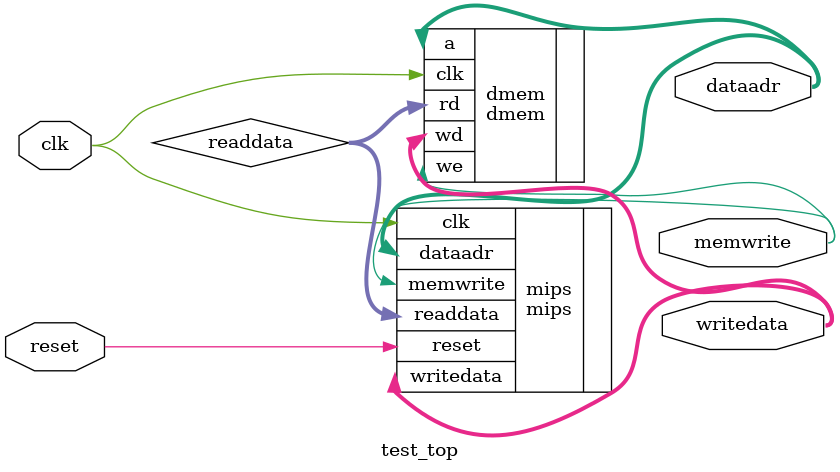
<source format=sv>
`timescale 1ns / 1ps


module test_top(
    input   logic           clk, reset, 
    output  logic [31:0]    writedata, dataadr,
    output  logic           memwrite
);
    logic [31:0] readdata;
    
    mips mips(.clk(clk), .reset(reset), .memwrite(memwrite), 
                .dataadr(dataadr), .writedata(writedata), .readdata(readdata));
    dmem dmem(.clk(clk), .we(memwrite), .a(dataadr), .wd(writedata), .rd(readdata)); 

endmodule

</source>
